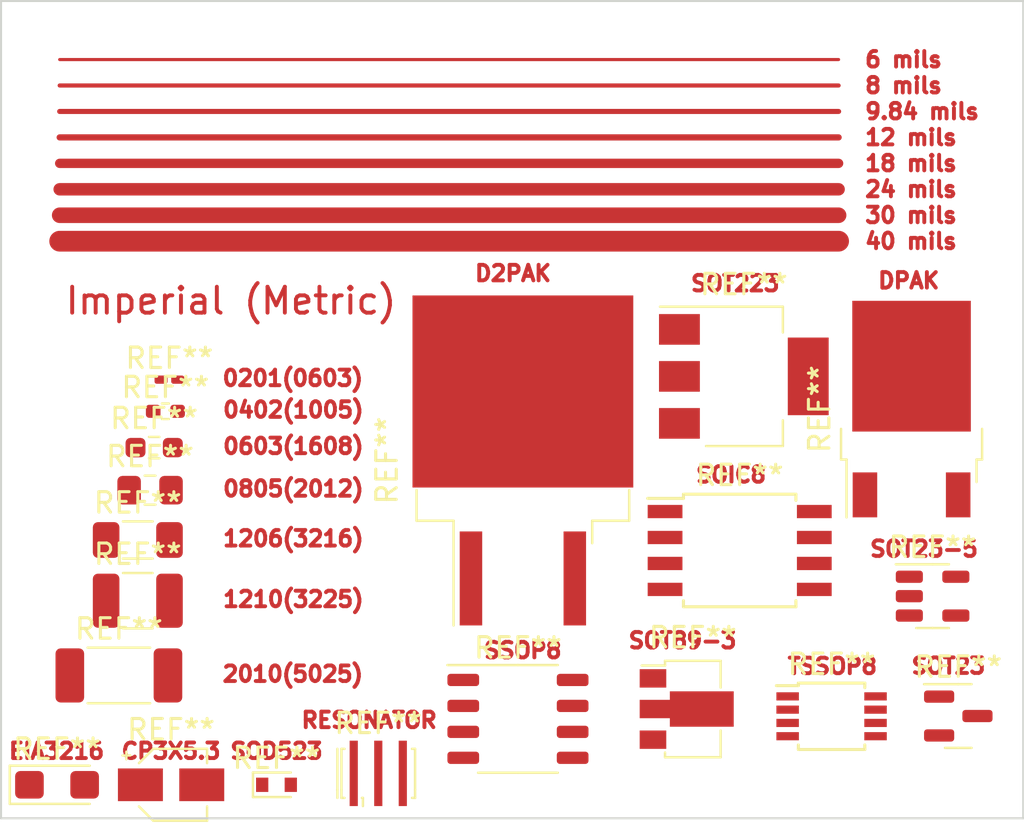
<source format=kicad_pcb>
(kicad_pcb (version 20171130) (host pcbnew "(5.1.10)-1")

  (general
    (thickness 1.6)
    (drawings 33)
    (tracks 8)
    (zones 0)
    (modules 20)
    (nets 1)
  )

  (page A4)
  (layers
    (0 F.Cu signal)
    (31 B.Cu signal hide)
    (32 B.Adhes user hide)
    (33 F.Adhes user hide)
    (34 B.Paste user hide)
    (35 F.Paste user hide)
    (36 B.SilkS user hide)
    (37 F.SilkS user hide)
    (38 B.Mask user hide)
    (39 F.Mask user hide)
    (40 Dwgs.User user hide)
    (41 Cmts.User user hide)
    (42 Eco1.User user hide)
    (43 Eco2.User user hide)
    (44 Edge.Cuts user)
    (45 Margin user hide)
    (46 B.CrtYd user hide)
    (47 F.CrtYd user hide)
    (48 B.Fab user hide)
    (49 F.Fab user hide)
  )

  (setup
    (last_trace_width 0.25)
    (user_trace_width 0.1524)
    (user_trace_width 0.2032)
    (user_trace_width 0.254)
    (user_trace_width 0.3048)
    (user_trace_width 0.4572)
    (user_trace_width 0.6096)
    (user_trace_width 0.762)
    (user_trace_width 1.016)
    (user_trace_width 1.27)
    (trace_clearance 0.2)
    (zone_clearance 0.508)
    (zone_45_only no)
    (trace_min 0.1524)
    (via_size 0.8)
    (via_drill 0.4)
    (via_min_size 0.4)
    (via_min_drill 0.3)
    (uvia_size 0.3)
    (uvia_drill 0.1)
    (uvias_allowed no)
    (uvia_min_size 0.2)
    (uvia_min_drill 0.1)
    (edge_width 0.05)
    (segment_width 0.2)
    (pcb_text_width 0.3)
    (pcb_text_size 1.5 1.5)
    (mod_edge_width 0.12)
    (mod_text_size 1 1)
    (mod_text_width 0.15)
    (pad_size 1.524 1.524)
    (pad_drill 0.762)
    (pad_to_mask_clearance 0)
    (aux_axis_origin 0 0)
    (visible_elements 7FFFFFFF)
    (pcbplotparams
      (layerselection 0x00000_7fffffff)
      (usegerberextensions false)
      (usegerberattributes true)
      (usegerberadvancedattributes true)
      (creategerberjobfile true)
      (excludeedgelayer false)
      (linewidth 0.100000)
      (plotframeref false)
      (viasonmask false)
      (mode 1)
      (useauxorigin false)
      (hpglpennumber 1)
      (hpglpenspeed 20)
      (hpglpendiameter 15.000000)
      (psnegative false)
      (psa4output false)
      (plotreference false)
      (plotvalue false)
      (plotinvisibletext false)
      (padsonsilk true)
      (subtractmaskfromsilk false)
      (outputformat 4)
      (mirror true)
      (drillshape 0)
      (scaleselection 1)
      (outputdirectory ""))
  )

  (net 0 "")

  (net_class Default "This is the default net class."
    (clearance 0.2)
    (trace_width 0.25)
    (via_dia 0.8)
    (via_drill 0.4)
    (uvia_dia 0.3)
    (uvia_drill 0.1)
  )

  (module Capacitor_Tantalum_SMD:CP_EIA-3216-18_Kemet-A (layer F.Cu) (tedit 5EBA9318) (tstamp 616A3B0B)
    (at 18.1454 53.721)
    (descr "Tantalum Capacitor SMD Kemet-A (3216-18 Metric), IPC_7351 nominal, (Body size from: http://www.kemet.com/Lists/ProductCatalog/Attachments/253/KEM_TC101_STD.pdf), generated with kicad-footprint-generator")
    (tags "capacitor tantalum")
    (attr smd)
    (fp_text reference REF** (at 0 -1.75) (layer F.SilkS)
      (effects (font (size 1 1) (thickness 0.15)))
    )
    (fp_text value CP_EIA-3216-18_Kemet-A (at 0 1.75) (layer F.Fab)
      (effects (font (size 1 1) (thickness 0.15)))
    )
    (fp_line (start 2.3 1.05) (end -2.3 1.05) (layer F.CrtYd) (width 0.05))
    (fp_line (start 2.3 -1.05) (end 2.3 1.05) (layer F.CrtYd) (width 0.05))
    (fp_line (start -2.3 -1.05) (end 2.3 -1.05) (layer F.CrtYd) (width 0.05))
    (fp_line (start -2.3 1.05) (end -2.3 -1.05) (layer F.CrtYd) (width 0.05))
    (fp_line (start -2.31 0.935) (end 1.6 0.935) (layer F.SilkS) (width 0.12))
    (fp_line (start -2.31 -0.935) (end -2.31 0.935) (layer F.SilkS) (width 0.12))
    (fp_line (start 1.6 -0.935) (end -2.31 -0.935) (layer F.SilkS) (width 0.12))
    (fp_line (start 1.6 0.8) (end 1.6 -0.8) (layer F.Fab) (width 0.1))
    (fp_line (start -1.6 0.8) (end 1.6 0.8) (layer F.Fab) (width 0.1))
    (fp_line (start -1.6 -0.4) (end -1.6 0.8) (layer F.Fab) (width 0.1))
    (fp_line (start -1.2 -0.8) (end -1.6 -0.4) (layer F.Fab) (width 0.1))
    (fp_line (start 1.6 -0.8) (end -1.2 -0.8) (layer F.Fab) (width 0.1))
    (fp_text user %R (at 0 0) (layer F.Fab)
      (effects (font (size 0.8 0.8) (thickness 0.12)))
    )
    (pad 2 smd roundrect (at 1.35 0) (size 1.4 1.35) (layers F.Cu F.Paste F.Mask) (roundrect_rratio 0.1851844444444445))
    (pad 1 smd roundrect (at -1.35 0) (size 1.4 1.35) (layers F.Cu F.Paste F.Mask) (roundrect_rratio 0.1851844444444445))
    (model ${KICAD6_3DMODEL_DIR}/Capacitor_Tantalum_SMD.3dshapes/CP_EIA-3216-18_Kemet-A.wrl
      (at (xyz 0 0 0))
      (scale (xyz 1 1 1))
      (rotate (xyz 0 0 0))
    )
  )

  (module Capacitor_SMD:CP_Elec_3x5.3 (layer F.Cu) (tedit 5B303299) (tstamp 616A39CA)
    (at 23.7236 53.721)
    (descr "SMT capacitor, aluminium electrolytic, 3x5.3, Cornell Dubilier Electronics ")
    (tags "Capacitor Electrolytic")
    (attr smd)
    (fp_text reference REF** (at 0 -2.7) (layer F.SilkS)
      (effects (font (size 1 1) (thickness 0.15)))
    )
    (fp_text value CP_Elec_3x5.3 (at 0 2.7) (layer F.Fab)
      (effects (font (size 1 1) (thickness 0.15)))
    )
    (fp_line (start -2.85 1.05) (end -1.78 1.05) (layer F.CrtYd) (width 0.05))
    (fp_line (start -2.85 -1.05) (end -2.85 1.05) (layer F.CrtYd) (width 0.05))
    (fp_line (start -1.78 -1.05) (end -2.85 -1.05) (layer F.CrtYd) (width 0.05))
    (fp_line (start -1.78 -1.05) (end -0.93 -1.9) (layer F.CrtYd) (width 0.05))
    (fp_line (start -1.78 1.05) (end -0.93 1.9) (layer F.CrtYd) (width 0.05))
    (fp_line (start -0.93 -1.9) (end 1.9 -1.9) (layer F.CrtYd) (width 0.05))
    (fp_line (start -0.93 1.9) (end 1.9 1.9) (layer F.CrtYd) (width 0.05))
    (fp_line (start 1.9 1.05) (end 1.9 1.9) (layer F.CrtYd) (width 0.05))
    (fp_line (start 2.85 1.05) (end 1.9 1.05) (layer F.CrtYd) (width 0.05))
    (fp_line (start 2.85 -1.05) (end 2.85 1.05) (layer F.CrtYd) (width 0.05))
    (fp_line (start 1.9 -1.05) (end 2.85 -1.05) (layer F.CrtYd) (width 0.05))
    (fp_line (start 1.9 -1.9) (end 1.9 -1.05) (layer F.CrtYd) (width 0.05))
    (fp_line (start -2.1875 -1.6225) (end -2.1875 -1.2475) (layer F.SilkS) (width 0.12))
    (fp_line (start -2.375 -1.435) (end -2 -1.435) (layer F.SilkS) (width 0.12))
    (fp_line (start -1.570563 1.06) (end -0.870563 1.76) (layer F.SilkS) (width 0.12))
    (fp_line (start -1.570563 -1.06) (end -0.870563 -1.76) (layer F.SilkS) (width 0.12))
    (fp_line (start -0.870563 1.76) (end 1.76 1.76) (layer F.SilkS) (width 0.12))
    (fp_line (start -0.870563 -1.76) (end 1.76 -1.76) (layer F.SilkS) (width 0.12))
    (fp_line (start 1.76 -1.76) (end 1.76 -1.06) (layer F.SilkS) (width 0.12))
    (fp_line (start 1.76 1.76) (end 1.76 1.06) (layer F.SilkS) (width 0.12))
    (fp_line (start -0.960469 -0.95) (end -0.960469 -0.65) (layer F.Fab) (width 0.1))
    (fp_line (start -1.110469 -0.8) (end -0.810469 -0.8) (layer F.Fab) (width 0.1))
    (fp_line (start -1.65 0.825) (end -0.825 1.65) (layer F.Fab) (width 0.1))
    (fp_line (start -1.65 -0.825) (end -0.825 -1.65) (layer F.Fab) (width 0.1))
    (fp_line (start -1.65 -0.825) (end -1.65 0.825) (layer F.Fab) (width 0.1))
    (fp_line (start -0.825 1.65) (end 1.65 1.65) (layer F.Fab) (width 0.1))
    (fp_line (start -0.825 -1.65) (end 1.65 -1.65) (layer F.Fab) (width 0.1))
    (fp_line (start 1.65 -1.65) (end 1.65 1.65) (layer F.Fab) (width 0.1))
    (fp_circle (center 0 0) (end 1.5 0) (layer F.Fab) (width 0.1))
    (fp_text user %R (at 0 0) (layer F.Fab)
      (effects (font (size 0.6 0.6) (thickness 0.09)))
    )
    (pad 2 smd rect (at 1.5 0) (size 2.2 1.6) (layers F.Cu F.Paste F.Mask))
    (pad 1 smd rect (at -1.5 0) (size 2.2 1.6) (layers F.Cu F.Paste F.Mask))
    (model ${KICAD6_3DMODEL_DIR}/Capacitor_SMD.3dshapes/CP_Elec_3x5.3.wrl
      (at (xyz 0 0 0))
      (scale (xyz 1 1 1))
      (rotate (xyz 0 0 0))
    )
  )

  (module Diode_SMD:D_SOD-523 (layer F.Cu) (tedit 586419F0) (tstamp 616A34DD)
    (at 28.8798 53.721)
    (descr "http://www.diodes.com/datasheets/ap02001.pdf p.144")
    (tags "Diode SOD523")
    (attr smd)
    (fp_text reference REF** (at 0 -1.3) (layer F.SilkS)
      (effects (font (size 1 1) (thickness 0.15)))
    )
    (fp_text value D_SOD-523 (at 0 1.4) (layer F.Fab)
      (effects (font (size 1 1) (thickness 0.15)))
    )
    (fp_line (start 0.7 0.6) (end -1.15 0.6) (layer F.SilkS) (width 0.12))
    (fp_line (start 0.7 -0.6) (end -1.15 -0.6) (layer F.SilkS) (width 0.12))
    (fp_line (start 0.65 0.45) (end -0.65 0.45) (layer F.Fab) (width 0.1))
    (fp_line (start -0.65 0.45) (end -0.65 -0.45) (layer F.Fab) (width 0.1))
    (fp_line (start -0.65 -0.45) (end 0.65 -0.45) (layer F.Fab) (width 0.1))
    (fp_line (start 0.65 -0.45) (end 0.65 0.45) (layer F.Fab) (width 0.1))
    (fp_line (start -0.2 0.2) (end -0.2 -0.2) (layer F.Fab) (width 0.1))
    (fp_line (start -0.2 0) (end -0.35 0) (layer F.Fab) (width 0.1))
    (fp_line (start -0.2 0) (end 0.1 0.2) (layer F.Fab) (width 0.1))
    (fp_line (start 0.1 0.2) (end 0.1 -0.2) (layer F.Fab) (width 0.1))
    (fp_line (start 0.1 -0.2) (end -0.2 0) (layer F.Fab) (width 0.1))
    (fp_line (start 0.1 0) (end 0.25 0) (layer F.Fab) (width 0.1))
    (fp_line (start 1.25 0.7) (end -1.25 0.7) (layer F.CrtYd) (width 0.05))
    (fp_line (start -1.25 0.7) (end -1.25 -0.7) (layer F.CrtYd) (width 0.05))
    (fp_line (start -1.25 -0.7) (end 1.25 -0.7) (layer F.CrtYd) (width 0.05))
    (fp_line (start 1.25 -0.7) (end 1.25 0.7) (layer F.CrtYd) (width 0.05))
    (fp_line (start -1.15 -0.6) (end -1.15 0.6) (layer F.SilkS) (width 0.12))
    (fp_text user %R (at 0 -1.3) (layer F.Fab)
      (effects (font (size 1 1) (thickness 0.15)))
    )
    (pad 1 smd rect (at -0.7 0 180) (size 0.6 0.7) (layers F.Cu F.Paste F.Mask))
    (pad 2 smd rect (at 0.7 0 180) (size 0.6 0.7) (layers F.Cu F.Paste F.Mask))
    (model ${KICAD6_3DMODEL_DIR}/Diode_SMD.3dshapes/D_SOD-523.wrl
      (at (xyz 0 0 0))
      (scale (xyz 1 1 1))
      (rotate (xyz 0 0 0))
    )
  )

  (module Crystal:Resonator_SMD_Murata_CSTxExxV-3Pin_3.0x1.1mm_HandSoldering (layer F.Cu) (tedit 5D250180) (tstamp 616A2E8A)
    (at 33.8582 53.1622)
    (descr "SMD Resomator/Filter Murata CSTCE, https://www.murata.com/en-eu/products/productdata/8801162264606/SPEC-CSTNE16M0VH3C000R0.pdf")
    (tags "SMD SMT ceramic resonator filter")
    (attr smd)
    (fp_text reference REF** (at 0 -2.45) (layer F.SilkS)
      (effects (font (size 1 1) (thickness 0.15)))
    )
    (fp_text value Resonator_SMD_Murata_CSTxExxV-3Pin_3.0x1.1mm_HandSoldering (at 0 1.8) (layer F.Fab)
      (effects (font (size 0.2 0.2) (thickness 0.03)))
    )
    (fp_line (start 1.8 -1.2) (end 1.65 -1.2) (layer F.SilkS) (width 0.12))
    (fp_line (start 1.8 1.2) (end 1.65 1.2) (layer F.SilkS) (width 0.12))
    (fp_line (start -0.75 1.2) (end -0.8 1.2) (layer F.SilkS) (width 0.12))
    (fp_line (start -1.8 1.2) (end -1.65 1.2) (layer F.SilkS) (width 0.12))
    (fp_line (start -1.8 -1.2) (end -1.65 -1.2) (layer F.SilkS) (width 0.12))
    (fp_line (start -1.75 1.85) (end -1.75 -1.85) (layer F.CrtYd) (width 0.05))
    (fp_line (start 1.75 -1.85) (end 1.75 1.85) (layer F.CrtYd) (width 0.05))
    (fp_line (start -1.75 -1.85) (end 1.75 -1.85) (layer F.CrtYd) (width 0.05))
    (fp_line (start 1.75 1.85) (end -1.75 1.85) (layer F.CrtYd) (width 0.05))
    (fp_line (start -1.5 0.3) (end -1.5 -0.8) (layer F.Fab) (width 0.1))
    (fp_line (start -1 0.8) (end 1.5 0.8) (layer F.Fab) (width 0.1))
    (fp_line (start -1 0.8) (end -1.5 0.3) (layer F.Fab) (width 0.1))
    (fp_line (start 1.5 -0.8) (end -1.5 -0.8) (layer F.Fab) (width 0.1))
    (fp_line (start 1.5 0.8) (end 1.5 -0.8) (layer F.Fab) (width 0.1))
    (fp_line (start -2 0.8) (end -2 1.2) (layer F.SilkS) (width 0.12))
    (fp_line (start -1.8 0.8) (end -1.8 1.2) (layer F.SilkS) (width 0.12))
    (fp_line (start 1.8 0.8) (end 1.8 1.2) (layer F.SilkS) (width 0.12))
    (fp_line (start -2 -1.2) (end -2 0.8) (layer F.SilkS) (width 0.12))
    (fp_line (start -0.75 1.2) (end -0.75 1.6) (layer F.SilkS) (width 0.12))
    (fp_line (start -1.8 0.8) (end -1.8 -1.2) (layer F.SilkS) (width 0.12))
    (fp_line (start 1.8 -1.2) (end 1.8 0.8) (layer F.SilkS) (width 0.12))
    (fp_text user %R (at 0.1 -0.05) (layer F.Fab)
      (effects (font (size 0.6 0.6) (thickness 0.08)))
    )
    (pad 3 smd rect (at 1.2 0) (size 0.4 3.2) (layers F.Cu F.Paste F.Mask))
    (pad 2 smd rect (at 0 0) (size 0.4 3.2) (layers F.Cu F.Paste F.Mask))
    (pad 1 smd rect (at -1.2 0) (size 0.4 3.2) (layers F.Cu F.Paste F.Mask))
    (model ${KICAD6_3DMODEL_DIR}/Crystal.3dshapes/Resonator_SMD_Murata_CSTxExxV-3Pin_3.0x1.1mm.wrl
      (at (xyz 0 0 0))
      (scale (xyz 1 1 1))
      (rotate (xyz 0 0 0))
    )
  )

  (module Package_SO:TSSOP-8_3x3mm_P0.65mm (layer F.Cu) (tedit 5A02F25C) (tstamp 616A2A8B)
    (at 56.0324 50.3682)
    (descr "TSSOP8: plastic thin shrink small outline package; 8 leads; body width 3 mm; (see NXP SSOP-TSSOP-VSO-REFLOW.pdf and sot505-1_po.pdf)")
    (tags "SSOP 0.65")
    (attr smd)
    (fp_text reference REF** (at 0 -2.55) (layer F.SilkS)
      (effects (font (size 1 1) (thickness 0.15)))
    )
    (fp_text value TSSOP-8_3x3mm_P0.65mm (at 0 2.55) (layer F.Fab)
      (effects (font (size 1 1) (thickness 0.15)))
    )
    (fp_line (start -1.625 -1.5) (end -2.7 -1.5) (layer F.SilkS) (width 0.15))
    (fp_line (start -1.625 1.625) (end 1.625 1.625) (layer F.SilkS) (width 0.15))
    (fp_line (start -1.625 -1.625) (end 1.625 -1.625) (layer F.SilkS) (width 0.15))
    (fp_line (start -1.625 1.625) (end -1.625 1.4) (layer F.SilkS) (width 0.15))
    (fp_line (start 1.625 1.625) (end 1.625 1.4) (layer F.SilkS) (width 0.15))
    (fp_line (start 1.625 -1.625) (end 1.625 -1.4) (layer F.SilkS) (width 0.15))
    (fp_line (start -1.625 -1.625) (end -1.625 -1.5) (layer F.SilkS) (width 0.15))
    (fp_line (start -2.95 1.8) (end 2.95 1.8) (layer F.CrtYd) (width 0.05))
    (fp_line (start -2.95 -1.8) (end 2.95 -1.8) (layer F.CrtYd) (width 0.05))
    (fp_line (start 2.95 -1.8) (end 2.95 1.8) (layer F.CrtYd) (width 0.05))
    (fp_line (start -2.95 -1.8) (end -2.95 1.8) (layer F.CrtYd) (width 0.05))
    (fp_line (start -1.5 -0.5) (end -0.5 -1.5) (layer F.Fab) (width 0.15))
    (fp_line (start -1.5 1.5) (end -1.5 -0.5) (layer F.Fab) (width 0.15))
    (fp_line (start 1.5 1.5) (end -1.5 1.5) (layer F.Fab) (width 0.15))
    (fp_line (start 1.5 -1.5) (end 1.5 1.5) (layer F.Fab) (width 0.15))
    (fp_line (start -0.5 -1.5) (end 1.5 -1.5) (layer F.Fab) (width 0.15))
    (fp_text user %R (at 0 0) (layer F.Fab)
      (effects (font (size 0.6 0.6) (thickness 0.15)))
    )
    (pad 8 smd rect (at 2.15 -0.975) (size 1.1 0.4) (layers F.Cu F.Paste F.Mask))
    (pad 7 smd rect (at 2.15 -0.325) (size 1.1 0.4) (layers F.Cu F.Paste F.Mask))
    (pad 6 smd rect (at 2.15 0.325) (size 1.1 0.4) (layers F.Cu F.Paste F.Mask))
    (pad 5 smd rect (at 2.15 0.975) (size 1.1 0.4) (layers F.Cu F.Paste F.Mask))
    (pad 4 smd rect (at -2.15 0.975) (size 1.1 0.4) (layers F.Cu F.Paste F.Mask))
    (pad 3 smd rect (at -2.15 0.325) (size 1.1 0.4) (layers F.Cu F.Paste F.Mask))
    (pad 2 smd rect (at -2.15 -0.325) (size 1.1 0.4) (layers F.Cu F.Paste F.Mask))
    (pad 1 smd rect (at -2.15 -0.975) (size 1.1 0.4) (layers F.Cu F.Paste F.Mask))
    (model ${KICAD6_3DMODEL_DIR}/Package_SO.3dshapes/TSSOP-8_3x3mm_P0.65mm.wrl
      (at (xyz 0 0 0))
      (scale (xyz 1 1 1))
      (rotate (xyz 0 0 0))
    )
  )

  (module Package_SO:SOIC-8W_5.3x5.3mm_P1.27mm (layer F.Cu) (tedit 5A02F2D3) (tstamp 616A249F)
    (at 51.5366 42.2529)
    (descr "8-Lead Plastic Small Outline (SM) - 5.28 mm Body [SOIC] (http://ww1.microchip.com/downloads/en/PackagingSpec/00000049BQ.pdf)")
    (tags "SOIC 1.27")
    (attr smd)
    (fp_text reference REF** (at 0 -3.68) (layer F.SilkS)
      (effects (font (size 1 1) (thickness 0.15)))
    )
    (fp_text value SOIC-8W_5.3x5.3mm_P1.27mm (at 0 3.68) (layer F.Fab)
      (effects (font (size 1 1) (thickness 0.15)))
    )
    (fp_line (start -2.75 -2.55) (end -4.5 -2.55) (layer F.SilkS) (width 0.15))
    (fp_line (start -2.75 2.755) (end 2.75 2.755) (layer F.SilkS) (width 0.15))
    (fp_line (start -2.75 -2.755) (end 2.75 -2.755) (layer F.SilkS) (width 0.15))
    (fp_line (start -2.75 2.755) (end -2.75 2.455) (layer F.SilkS) (width 0.15))
    (fp_line (start 2.75 2.755) (end 2.75 2.455) (layer F.SilkS) (width 0.15))
    (fp_line (start 2.75 -2.755) (end 2.75 -2.455) (layer F.SilkS) (width 0.15))
    (fp_line (start -2.75 -2.755) (end -2.75 -2.55) (layer F.SilkS) (width 0.15))
    (fp_line (start -4.75 2.95) (end 4.75 2.95) (layer F.CrtYd) (width 0.05))
    (fp_line (start -4.75 -2.95) (end 4.75 -2.95) (layer F.CrtYd) (width 0.05))
    (fp_line (start 4.75 -2.95) (end 4.75 2.95) (layer F.CrtYd) (width 0.05))
    (fp_line (start -4.75 -2.95) (end -4.75 2.95) (layer F.CrtYd) (width 0.05))
    (fp_line (start -2.65 -1.65) (end -1.65 -2.65) (layer F.Fab) (width 0.15))
    (fp_line (start -2.65 2.65) (end -2.65 -1.65) (layer F.Fab) (width 0.15))
    (fp_line (start 2.65 2.65) (end -2.65 2.65) (layer F.Fab) (width 0.15))
    (fp_line (start 2.65 -2.65) (end 2.65 2.65) (layer F.Fab) (width 0.15))
    (fp_line (start -1.65 -2.65) (end 2.65 -2.65) (layer F.Fab) (width 0.15))
    (fp_text user %R (at 0 0) (layer F.Fab)
      (effects (font (size 1 1) (thickness 0.15)))
    )
    (pad 8 smd rect (at 3.65 -1.905) (size 1.7 0.65) (layers F.Cu F.Paste F.Mask))
    (pad 7 smd rect (at 3.65 -0.635) (size 1.7 0.65) (layers F.Cu F.Paste F.Mask))
    (pad 6 smd rect (at 3.65 0.635) (size 1.7 0.65) (layers F.Cu F.Paste F.Mask))
    (pad 5 smd rect (at 3.65 1.905) (size 1.7 0.65) (layers F.Cu F.Paste F.Mask))
    (pad 4 smd rect (at -3.65 1.905) (size 1.7 0.65) (layers F.Cu F.Paste F.Mask))
    (pad 3 smd rect (at -3.65 0.635) (size 1.7 0.65) (layers F.Cu F.Paste F.Mask))
    (pad 2 smd rect (at -3.65 -0.635) (size 1.7 0.65) (layers F.Cu F.Paste F.Mask))
    (pad 1 smd rect (at -3.65 -1.905) (size 1.7 0.65) (layers F.Cu F.Paste F.Mask))
    (model ${KICAD6_3DMODEL_DIR}/Package_SO.3dshapes/SOIC-8W_5.3x5.3mm_P1.27mm.wrl
      (at (xyz 0 0 0))
      (scale (xyz 1 1 1))
      (rotate (xyz 0 0 0))
    )
  )

  (module Package_SO:SSOP-8_3.9x5.05mm_P1.27mm (layer F.Cu) (tedit 5D9F72B1) (tstamp 616A46B0)
    (at 40.6908 50.4952)
    (descr "SSOP, 8 Pin (http://www.fujitsu.com/downloads/MICRO/fsa/pdf/products/memory/fram/MB85RS16-DS501-00014-6v0-E.pdf), generated with kicad-footprint-generator ipc_gullwing_generator.py")
    (tags "SSOP SO")
    (attr smd)
    (fp_text reference REF** (at 0 -3.48) (layer F.SilkS)
      (effects (font (size 1 1) (thickness 0.15)))
    )
    (fp_text value SSOP-8_3.9x5.05mm_P1.27mm (at 0 3.48) (layer F.Fab)
      (effects (font (size 1 1) (thickness 0.15)))
    )
    (fp_line (start 0 2.635) (end 1.95 2.635) (layer F.SilkS) (width 0.12))
    (fp_line (start 0 2.635) (end -1.95 2.635) (layer F.SilkS) (width 0.12))
    (fp_line (start 0 -2.635) (end 1.95 -2.635) (layer F.SilkS) (width 0.12))
    (fp_line (start 0 -2.635) (end -3.45 -2.635) (layer F.SilkS) (width 0.12))
    (fp_line (start -0.975 -2.525) (end 1.95 -2.525) (layer F.Fab) (width 0.1))
    (fp_line (start 1.95 -2.525) (end 1.95 2.525) (layer F.Fab) (width 0.1))
    (fp_line (start 1.95 2.525) (end -1.95 2.525) (layer F.Fab) (width 0.1))
    (fp_line (start -1.95 2.525) (end -1.95 -1.55) (layer F.Fab) (width 0.1))
    (fp_line (start -1.95 -1.55) (end -0.975 -2.525) (layer F.Fab) (width 0.1))
    (fp_line (start -3.7 -2.78) (end -3.7 2.78) (layer F.CrtYd) (width 0.05))
    (fp_line (start -3.7 2.78) (end 3.7 2.78) (layer F.CrtYd) (width 0.05))
    (fp_line (start 3.7 2.78) (end 3.7 -2.78) (layer F.CrtYd) (width 0.05))
    (fp_line (start 3.7 -2.78) (end -3.7 -2.78) (layer F.CrtYd) (width 0.05))
    (fp_text user %R (at 0 0) (layer F.Fab)
      (effects (font (size 0.98 0.98) (thickness 0.15)))
    )
    (pad 8 smd roundrect (at 2.675 -1.905) (size 1.55 0.6) (layers F.Cu F.Paste F.Mask) (roundrect_rratio 0.25))
    (pad 7 smd roundrect (at 2.675 -0.635) (size 1.55 0.6) (layers F.Cu F.Paste F.Mask) (roundrect_rratio 0.25))
    (pad 6 smd roundrect (at 2.675 0.635) (size 1.55 0.6) (layers F.Cu F.Paste F.Mask) (roundrect_rratio 0.25))
    (pad 5 smd roundrect (at 2.675 1.905) (size 1.55 0.6) (layers F.Cu F.Paste F.Mask) (roundrect_rratio 0.25))
    (pad 4 smd roundrect (at -2.675 1.905) (size 1.55 0.6) (layers F.Cu F.Paste F.Mask) (roundrect_rratio 0.25))
    (pad 3 smd roundrect (at -2.675 0.635) (size 1.55 0.6) (layers F.Cu F.Paste F.Mask) (roundrect_rratio 0.25))
    (pad 2 smd roundrect (at -2.675 -0.635) (size 1.55 0.6) (layers F.Cu F.Paste F.Mask) (roundrect_rratio 0.25))
    (pad 1 smd roundrect (at -2.675 -1.905) (size 1.55 0.6) (layers F.Cu F.Paste F.Mask) (roundrect_rratio 0.25))
    (model ${KICAD6_3DMODEL_DIR}/Package_SO.3dshapes/SSOP-8_3.9x5.05mm_P1.27mm.wrl
      (at (xyz 0 0 0))
      (scale (xyz 1 1 1))
      (rotate (xyz 0 0 0))
    )
  )

  (module Package_TO_SOT_SMD:TO-263-2 (layer F.Cu) (tedit 5A70FB7B) (tstamp 616A44ED)
    (at 40.9321 37.846 90)
    (descr "TO-263 / D2PAK / DDPAK SMD package, http://www.infineon.com/cms/en/product/packages/PG-TO263/PG-TO263-3-1/")
    (tags "D2PAK DDPAK TO-263 D2PAK-3 TO-263-3 SOT-404")
    (attr smd)
    (fp_text reference REF** (at 0 -6.65 90) (layer F.SilkS)
      (effects (font (size 1 1) (thickness 0.15)))
    )
    (fp_text value TO-263-2 (at 0 6.65 90) (layer F.Fab)
      (effects (font (size 1 1) (thickness 0.15)))
    )
    (fp_line (start 6.5 -5) (end 7.5 -5) (layer F.Fab) (width 0.1))
    (fp_line (start 7.5 -5) (end 7.5 5) (layer F.Fab) (width 0.1))
    (fp_line (start 7.5 5) (end 6.5 5) (layer F.Fab) (width 0.1))
    (fp_line (start 6.5 -5) (end 6.5 5) (layer F.Fab) (width 0.1))
    (fp_line (start 6.5 5) (end -2.75 5) (layer F.Fab) (width 0.1))
    (fp_line (start -2.75 5) (end -2.75 -4) (layer F.Fab) (width 0.1))
    (fp_line (start -2.75 -4) (end -1.75 -5) (layer F.Fab) (width 0.1))
    (fp_line (start -1.75 -5) (end 6.5 -5) (layer F.Fab) (width 0.1))
    (fp_line (start -2.75 -3.04) (end -7.45 -3.04) (layer F.Fab) (width 0.1))
    (fp_line (start -7.45 -3.04) (end -7.45 -2.04) (layer F.Fab) (width 0.1))
    (fp_line (start -7.45 -2.04) (end -2.75 -2.04) (layer F.Fab) (width 0.1))
    (fp_line (start -2.75 2.04) (end -7.45 2.04) (layer F.Fab) (width 0.1))
    (fp_line (start -7.45 2.04) (end -7.45 3.04) (layer F.Fab) (width 0.1))
    (fp_line (start -7.45 3.04) (end -2.75 3.04) (layer F.Fab) (width 0.1))
    (fp_line (start -1.45 -5.2) (end -2.95 -5.2) (layer F.SilkS) (width 0.12))
    (fp_line (start -2.95 -5.2) (end -2.95 -3.39) (layer F.SilkS) (width 0.12))
    (fp_line (start -2.95 -3.39) (end -8.075 -3.39) (layer F.SilkS) (width 0.12))
    (fp_line (start -1.45 5.2) (end -2.95 5.2) (layer F.SilkS) (width 0.12))
    (fp_line (start -2.95 5.2) (end -2.95 3.39) (layer F.SilkS) (width 0.12))
    (fp_line (start -2.95 3.39) (end -4.05 3.39) (layer F.SilkS) (width 0.12))
    (fp_line (start -8.32 -5.65) (end -8.32 5.65) (layer F.CrtYd) (width 0.05))
    (fp_line (start -8.32 5.65) (end 8.32 5.65) (layer F.CrtYd) (width 0.05))
    (fp_line (start 8.32 5.65) (end 8.32 -5.65) (layer F.CrtYd) (width 0.05))
    (fp_line (start 8.32 -5.65) (end -8.32 -5.65) (layer F.CrtYd) (width 0.05))
    (fp_text user %R (at 0 0 90) (layer F.Fab)
      (effects (font (size 1 1) (thickness 0.15)))
    )
    (pad "" smd rect (at 0.95 2.775 90) (size 4.55 5.25) (layers F.Paste))
    (pad "" smd rect (at 5.8 -2.775 90) (size 4.55 5.25) (layers F.Paste))
    (pad "" smd rect (at 0.95 -2.775 90) (size 4.55 5.25) (layers F.Paste))
    (pad "" smd rect (at 5.8 2.775 90) (size 4.55 5.25) (layers F.Paste))
    (pad 2 smd rect (at 3.375 0 90) (size 9.4 10.8) (layers F.Cu F.Mask))
    (pad 3 smd rect (at -5.775 2.54 90) (size 4.6 1.1) (layers F.Cu F.Paste F.Mask))
    (pad 1 smd rect (at -5.775 -2.54 90) (size 4.6 1.1) (layers F.Cu F.Paste F.Mask))
    (model ${KICAD6_3DMODEL_DIR}/Package_TO_SOT_SMD.3dshapes/TO-263-2.wrl
      (at (xyz 0 0 0))
      (scale (xyz 1 1 1))
      (rotate (xyz 0 0 0))
    )
  )

  (module Package_TO_SOT_SMD:TO-252-2 (layer F.Cu) (tedit 5A70A390) (tstamp 616A421A)
    (at 59.944 35.3314 90)
    (descr "TO-252 / DPAK SMD package, http://www.infineon.com/cms/en/product/packages/PG-TO252/PG-TO252-3-1/")
    (tags "DPAK TO-252 DPAK-3 TO-252-3 SOT-428")
    (attr smd)
    (fp_text reference REF** (at 0 -4.5 90) (layer F.SilkS)
      (effects (font (size 1 1) (thickness 0.15)))
    )
    (fp_text value TO-252-2 (at 0 4.5 90) (layer F.Fab)
      (effects (font (size 1 1) (thickness 0.15)))
    )
    (fp_line (start 3.95 -2.7) (end 4.95 -2.7) (layer F.Fab) (width 0.1))
    (fp_line (start 4.95 -2.7) (end 4.95 2.7) (layer F.Fab) (width 0.1))
    (fp_line (start 4.95 2.7) (end 3.95 2.7) (layer F.Fab) (width 0.1))
    (fp_line (start 3.95 -3.25) (end 3.95 3.25) (layer F.Fab) (width 0.1))
    (fp_line (start 3.95 3.25) (end -2.27 3.25) (layer F.Fab) (width 0.1))
    (fp_line (start -2.27 3.25) (end -2.27 -2.25) (layer F.Fab) (width 0.1))
    (fp_line (start -2.27 -2.25) (end -1.27 -3.25) (layer F.Fab) (width 0.1))
    (fp_line (start -1.27 -3.25) (end 3.95 -3.25) (layer F.Fab) (width 0.1))
    (fp_line (start -1.865 -2.655) (end -4.97 -2.655) (layer F.Fab) (width 0.1))
    (fp_line (start -4.97 -2.655) (end -4.97 -1.905) (layer F.Fab) (width 0.1))
    (fp_line (start -4.97 -1.905) (end -2.27 -1.905) (layer F.Fab) (width 0.1))
    (fp_line (start -2.27 1.905) (end -4.97 1.905) (layer F.Fab) (width 0.1))
    (fp_line (start -4.97 1.905) (end -4.97 2.655) (layer F.Fab) (width 0.1))
    (fp_line (start -4.97 2.655) (end -2.27 2.655) (layer F.Fab) (width 0.1))
    (fp_line (start -0.97 -3.45) (end -2.47 -3.45) (layer F.SilkS) (width 0.12))
    (fp_line (start -2.47 -3.45) (end -2.47 -3.18) (layer F.SilkS) (width 0.12))
    (fp_line (start -2.47 -3.18) (end -5.3 -3.18) (layer F.SilkS) (width 0.12))
    (fp_line (start -0.97 3.45) (end -2.47 3.45) (layer F.SilkS) (width 0.12))
    (fp_line (start -2.47 3.45) (end -2.47 3.18) (layer F.SilkS) (width 0.12))
    (fp_line (start -2.47 3.18) (end -3.57 3.18) (layer F.SilkS) (width 0.12))
    (fp_line (start -5.55 -3.5) (end -5.55 3.5) (layer F.CrtYd) (width 0.05))
    (fp_line (start -5.55 3.5) (end 5.55 3.5) (layer F.CrtYd) (width 0.05))
    (fp_line (start 5.55 3.5) (end 5.55 -3.5) (layer F.CrtYd) (width 0.05))
    (fp_line (start 5.55 -3.5) (end -5.55 -3.5) (layer F.CrtYd) (width 0.05))
    (fp_text user %R (at 0 0 90) (layer F.Fab)
      (effects (font (size 1 1) (thickness 0.15)))
    )
    (pad "" smd rect (at 0.425 1.525 90) (size 3.05 2.75) (layers F.Paste))
    (pad "" smd rect (at 3.775 -1.525 90) (size 3.05 2.75) (layers F.Paste))
    (pad "" smd rect (at 0.425 -1.525 90) (size 3.05 2.75) (layers F.Paste))
    (pad "" smd rect (at 3.775 1.525 90) (size 3.05 2.75) (layers F.Paste))
    (pad 2 smd rect (at 2.1 0 90) (size 6.4 5.8) (layers F.Cu F.Mask))
    (pad 3 smd rect (at -4.2 2.28 90) (size 2.2 1.2) (layers F.Cu F.Paste F.Mask))
    (pad 1 smd rect (at -4.2 -2.28 90) (size 2.2 1.2) (layers F.Cu F.Paste F.Mask))
    (model ${KICAD6_3DMODEL_DIR}/Package_TO_SOT_SMD.3dshapes/TO-252-2.wrl
      (at (xyz 0 0 0))
      (scale (xyz 1 1 1))
      (rotate (xyz 0 0 0))
    )
  )

  (module Package_TO_SOT_SMD:SOT-89-3 (layer F.Cu) (tedit 5C33D6E8) (tstamp 616A3DAD)
    (at 48.9458 50.0126)
    (descr "SOT-89-3, http://ww1.microchip.com/downloads/en/DeviceDoc/3L_SOT-89_MB_C04-029C.pdf")
    (tags SOT-89-3)
    (attr smd)
    (fp_text reference REF** (at 0.3 -3.5) (layer F.SilkS)
      (effects (font (size 1 1) (thickness 0.15)))
    )
    (fp_text value SOT-89-3 (at 0.3 3.5) (layer F.Fab)
      (effects (font (size 1 1) (thickness 0.15)))
    )
    (fp_line (start 1.66 1.05) (end 1.66 2.36) (layer F.SilkS) (width 0.12))
    (fp_line (start 1.66 2.36) (end -1.06 2.36) (layer F.SilkS) (width 0.12))
    (fp_line (start -2.2 -2.13) (end -1.06 -2.13) (layer F.SilkS) (width 0.12))
    (fp_line (start 1.66 -2.36) (end 1.66 -1.05) (layer F.SilkS) (width 0.12))
    (fp_line (start -0.95 -1.25) (end 0.05 -2.25) (layer F.Fab) (width 0.1))
    (fp_line (start 1.55 -2.25) (end 1.55 2.25) (layer F.Fab) (width 0.1))
    (fp_line (start 1.55 2.25) (end -0.95 2.25) (layer F.Fab) (width 0.1))
    (fp_line (start -0.95 2.25) (end -0.95 -1.25) (layer F.Fab) (width 0.1))
    (fp_line (start 0.05 -2.25) (end 1.55 -2.25) (layer F.Fab) (width 0.1))
    (fp_line (start 2.55 -2.5) (end 2.55 2.5) (layer F.CrtYd) (width 0.05))
    (fp_line (start 2.55 -2.5) (end -2.55 -2.5) (layer F.CrtYd) (width 0.05))
    (fp_line (start -2.55 2.5) (end 2.55 2.5) (layer F.CrtYd) (width 0.05))
    (fp_line (start -2.55 2.5) (end -2.55 -2.5) (layer F.CrtYd) (width 0.05))
    (fp_line (start -1.06 -2.36) (end 1.66 -2.36) (layer F.SilkS) (width 0.12))
    (fp_line (start -1.06 -2.36) (end -1.06 -2.13) (layer F.SilkS) (width 0.12))
    (fp_line (start -1.06 2.36) (end -1.06 2.13) (layer F.SilkS) (width 0.12))
    (fp_text user %R (at 0.5 0 90) (layer F.Fab)
      (effects (font (size 1 1) (thickness 0.15)))
    )
    (pad 2 smd custom (at -1.5625 0) (size 1.475 0.9) (layers F.Cu F.Paste F.Mask)
      (zone_connect 2)
      (options (clearance outline) (anchor rect))
      (primitives
        (gr_poly (pts
           (xy 0.7375 -0.8665) (xy 3.8625 -0.8665) (xy 3.8625 0.8665) (xy 0.7375 0.8665)) (width 0))
      ))
    (pad 3 smd rect (at -1.65 1.5) (size 1.3 0.9) (layers F.Cu F.Paste F.Mask))
    (pad 1 smd rect (at -1.65 -1.5) (size 1.3 0.9) (layers F.Cu F.Paste F.Mask))
    (model ${KICAD6_3DMODEL_DIR}/Package_TO_SOT_SMD.3dshapes/SOT-89-3.wrl
      (at (xyz 0 0 0))
      (scale (xyz 1 1 1))
      (rotate (xyz 0 0 0))
    )
  )

  (module Package_TO_SOT_SMD:SOT-223 (layer F.Cu) (tedit 5A02FF57) (tstamp 616A3B83)
    (at 51.7398 33.7312)
    (descr "module CMS SOT223 4 pins")
    (tags "CMS SOT")
    (attr smd)
    (fp_text reference REF** (at 0 -4.5) (layer F.SilkS)
      (effects (font (size 1 1) (thickness 0.15)))
    )
    (fp_text value SOT-223 (at 0 4.5) (layer F.Fab)
      (effects (font (size 1 1) (thickness 0.15)))
    )
    (fp_line (start -1.85 -2.3) (end -0.8 -3.35) (layer F.Fab) (width 0.1))
    (fp_line (start 1.91 3.41) (end 1.91 2.15) (layer F.SilkS) (width 0.12))
    (fp_line (start 1.91 -3.41) (end 1.91 -2.15) (layer F.SilkS) (width 0.12))
    (fp_line (start 4.4 -3.6) (end -4.4 -3.6) (layer F.CrtYd) (width 0.05))
    (fp_line (start 4.4 3.6) (end 4.4 -3.6) (layer F.CrtYd) (width 0.05))
    (fp_line (start -4.4 3.6) (end 4.4 3.6) (layer F.CrtYd) (width 0.05))
    (fp_line (start -4.4 -3.6) (end -4.4 3.6) (layer F.CrtYd) (width 0.05))
    (fp_line (start -1.85 -2.3) (end -1.85 3.35) (layer F.Fab) (width 0.1))
    (fp_line (start -1.85 3.41) (end 1.91 3.41) (layer F.SilkS) (width 0.12))
    (fp_line (start -0.8 -3.35) (end 1.85 -3.35) (layer F.Fab) (width 0.1))
    (fp_line (start -4.1 -3.41) (end 1.91 -3.41) (layer F.SilkS) (width 0.12))
    (fp_line (start -1.85 3.35) (end 1.85 3.35) (layer F.Fab) (width 0.1))
    (fp_line (start 1.85 -3.35) (end 1.85 3.35) (layer F.Fab) (width 0.1))
    (fp_text user %R (at 0 0 90) (layer F.Fab)
      (effects (font (size 0.8 0.8) (thickness 0.12)))
    )
    (pad 1 smd rect (at -3.15 -2.3) (size 2 1.5) (layers F.Cu F.Paste F.Mask))
    (pad 3 smd rect (at -3.15 2.3) (size 2 1.5) (layers F.Cu F.Paste F.Mask))
    (pad 2 smd rect (at -3.15 0) (size 2 1.5) (layers F.Cu F.Paste F.Mask))
    (pad 4 smd rect (at 3.15 0) (size 2 3.8) (layers F.Cu F.Paste F.Mask))
    (model ${KICAD6_3DMODEL_DIR}/Package_TO_SOT_SMD.3dshapes/SOT-223.wrl
      (at (xyz 0 0 0))
      (scale (xyz 1 1 1))
      (rotate (xyz 0 0 0))
    )
  )

  (module Package_TO_SOT_SMD:SOT-23-5 (layer F.Cu) (tedit 5F6F9B37) (tstamp 616A39D7)
    (at 60.9727 44.4881)
    (descr "SOT, 5 Pin (https://www.jedec.org/sites/default/files/docs/Mo-178c.PDF variant AA), generated with kicad-footprint-generator ipc_gullwing_generator.py")
    (tags "SOT TO_SOT_SMD")
    (attr smd)
    (fp_text reference REF** (at 0 -2.4) (layer F.SilkS)
      (effects (font (size 1 1) (thickness 0.15)))
    )
    (fp_text value SOT-23-5 (at 0 2.4) (layer F.Fab)
      (effects (font (size 1 1) (thickness 0.15)))
    )
    (fp_line (start 0 1.56) (end 0.8 1.56) (layer F.SilkS) (width 0.12))
    (fp_line (start 0 1.56) (end -0.8 1.56) (layer F.SilkS) (width 0.12))
    (fp_line (start 0 -1.56) (end 0.8 -1.56) (layer F.SilkS) (width 0.12))
    (fp_line (start 0 -1.56) (end -1.8 -1.56) (layer F.SilkS) (width 0.12))
    (fp_line (start -0.4 -1.45) (end 0.8 -1.45) (layer F.Fab) (width 0.1))
    (fp_line (start 0.8 -1.45) (end 0.8 1.45) (layer F.Fab) (width 0.1))
    (fp_line (start 0.8 1.45) (end -0.8 1.45) (layer F.Fab) (width 0.1))
    (fp_line (start -0.8 1.45) (end -0.8 -1.05) (layer F.Fab) (width 0.1))
    (fp_line (start -0.8 -1.05) (end -0.4 -1.45) (layer F.Fab) (width 0.1))
    (fp_line (start -2.05 -1.7) (end -2.05 1.7) (layer F.CrtYd) (width 0.05))
    (fp_line (start -2.05 1.7) (end 2.05 1.7) (layer F.CrtYd) (width 0.05))
    (fp_line (start 2.05 1.7) (end 2.05 -1.7) (layer F.CrtYd) (width 0.05))
    (fp_line (start 2.05 -1.7) (end -2.05 -1.7) (layer F.CrtYd) (width 0.05))
    (fp_text user %R (at 0 0) (layer F.Fab)
      (effects (font (size 0.4 0.4) (thickness 0.06)))
    )
    (pad 5 smd roundrect (at 1.1375 -0.95) (size 1.325 0.6) (layers F.Cu F.Paste F.Mask) (roundrect_rratio 0.25))
    (pad 4 smd roundrect (at 1.1375 0.95) (size 1.325 0.6) (layers F.Cu F.Paste F.Mask) (roundrect_rratio 0.25))
    (pad 3 smd roundrect (at -1.1375 0.95) (size 1.325 0.6) (layers F.Cu F.Paste F.Mask) (roundrect_rratio 0.25))
    (pad 2 smd roundrect (at -1.1375 0) (size 1.325 0.6) (layers F.Cu F.Paste F.Mask) (roundrect_rratio 0.25))
    (pad 1 smd roundrect (at -1.1375 -0.95) (size 1.325 0.6) (layers F.Cu F.Paste F.Mask) (roundrect_rratio 0.25))
    (model ${KICAD6_3DMODEL_DIR}/Package_TO_SOT_SMD.3dshapes/SOT-23-5.wrl
      (at (xyz 0 0 0))
      (scale (xyz 1 1 1))
      (rotate (xyz 0 0 0))
    )
  )

  (module Package_TO_SOT_SMD:SOT-23 (layer F.Cu) (tedit 5FA16958) (tstamp 616A3916)
    (at 62.23 50.3555)
    (descr "SOT, 3 Pin (https://www.jedec.org/system/files/docs/to-236h.pdf variant AB), generated with kicad-footprint-generator ipc_gullwing_generator.py")
    (tags "SOT TO_SOT_SMD")
    (attr smd)
    (fp_text reference REF** (at 0 -2.4) (layer F.SilkS)
      (effects (font (size 1 1) (thickness 0.15)))
    )
    (fp_text value SOT-23 (at 0 2.4) (layer F.Fab)
      (effects (font (size 1 1) (thickness 0.15)))
    )
    (fp_line (start 0 1.56) (end 0.65 1.56) (layer F.SilkS) (width 0.12))
    (fp_line (start 0 1.56) (end -0.65 1.56) (layer F.SilkS) (width 0.12))
    (fp_line (start 0 -1.56) (end 0.65 -1.56) (layer F.SilkS) (width 0.12))
    (fp_line (start 0 -1.56) (end -1.675 -1.56) (layer F.SilkS) (width 0.12))
    (fp_line (start -0.325 -1.45) (end 0.65 -1.45) (layer F.Fab) (width 0.1))
    (fp_line (start 0.65 -1.45) (end 0.65 1.45) (layer F.Fab) (width 0.1))
    (fp_line (start 0.65 1.45) (end -0.65 1.45) (layer F.Fab) (width 0.1))
    (fp_line (start -0.65 1.45) (end -0.65 -1.125) (layer F.Fab) (width 0.1))
    (fp_line (start -0.65 -1.125) (end -0.325 -1.45) (layer F.Fab) (width 0.1))
    (fp_line (start -1.92 -1.7) (end -1.92 1.7) (layer F.CrtYd) (width 0.05))
    (fp_line (start -1.92 1.7) (end 1.92 1.7) (layer F.CrtYd) (width 0.05))
    (fp_line (start 1.92 1.7) (end 1.92 -1.7) (layer F.CrtYd) (width 0.05))
    (fp_line (start 1.92 -1.7) (end -1.92 -1.7) (layer F.CrtYd) (width 0.05))
    (fp_text user %R (at 0 0) (layer F.Fab)
      (effects (font (size 0.32 0.32) (thickness 0.05)))
    )
    (pad 3 smd roundrect (at 0.9375 0) (size 1.475 0.6) (layers F.Cu F.Paste F.Mask) (roundrect_rratio 0.25))
    (pad 2 smd roundrect (at -0.9375 0.95) (size 1.475 0.6) (layers F.Cu F.Paste F.Mask) (roundrect_rratio 0.25))
    (pad 1 smd roundrect (at -0.9375 -0.95) (size 1.475 0.6) (layers F.Cu F.Paste F.Mask) (roundrect_rratio 0.25))
    (model ${KICAD6_3DMODEL_DIR}/Package_TO_SOT_SMD.3dshapes/SOT-23.wrl
      (at (xyz 0 0 0))
      (scale (xyz 1 1 1))
      (rotate (xyz 0 0 0))
    )
  )

  (module Resistor_SMD:R_0201_0603Metric_Pad0.64x0.40mm_HandSolder (layer F.Cu) (tedit 5F6BB9E0) (tstamp 616A2283)
    (at 23.6409 33.890585)
    (descr "Resistor SMD 0201 (0603 Metric), square (rectangular) end terminal, IPC_7351 nominal with elongated pad for handsoldering. (Body size source: https://www.vishay.com/docs/20052/crcw0201e3.pdf), generated with kicad-footprint-generator")
    (tags "resistor handsolder")
    (attr smd)
    (fp_text reference REF** (at 0 -1.05) (layer F.SilkS)
      (effects (font (size 1 1) (thickness 0.15)))
    )
    (fp_text value R_0201_0603Metric_Pad0.64x0.40mm_HandSolder (at 0 1.05) (layer F.Fab)
      (effects (font (size 1 1) (thickness 0.15)))
    )
    (fp_line (start -0.3 0.15) (end -0.3 -0.15) (layer F.Fab) (width 0.1))
    (fp_line (start -0.3 -0.15) (end 0.3 -0.15) (layer F.Fab) (width 0.1))
    (fp_line (start 0.3 -0.15) (end 0.3 0.15) (layer F.Fab) (width 0.1))
    (fp_line (start 0.3 0.15) (end -0.3 0.15) (layer F.Fab) (width 0.1))
    (fp_line (start -0.88 0.35) (end -0.88 -0.35) (layer F.CrtYd) (width 0.05))
    (fp_line (start -0.88 -0.35) (end 0.88 -0.35) (layer F.CrtYd) (width 0.05))
    (fp_line (start 0.88 -0.35) (end 0.88 0.35) (layer F.CrtYd) (width 0.05))
    (fp_line (start 0.88 0.35) (end -0.88 0.35) (layer F.CrtYd) (width 0.05))
    (fp_text user %R (at 0 -0.68) (layer F.Fab)
      (effects (font (size 0.25 0.25) (thickness 0.04)))
    )
    (pad 2 smd roundrect (at 0.4075 0) (size 0.635 0.4) (layers F.Cu F.Mask) (roundrect_rratio 0.25))
    (pad 1 smd roundrect (at -0.4075 0) (size 0.635 0.4) (layers F.Cu F.Mask) (roundrect_rratio 0.25))
    (pad "" smd roundrect (at 0.4325 0) (size 0.458 0.36) (layers F.Paste) (roundrect_rratio 0.25))
    (pad "" smd roundrect (at -0.4325 0) (size 0.458 0.36) (layers F.Paste) (roundrect_rratio 0.25))
    (model ${KICAD6_3DMODEL_DIR}/Resistor_SMD.3dshapes/R_0201_0603Metric.wrl
      (at (xyz 0 0 0))
      (scale (xyz 1 1 1))
      (rotate (xyz 0 0 0))
    )
  )

  (module Resistor_SMD:R_0402_1005Metric_Pad0.72x0.64mm_HandSolder (layer F.Cu) (tedit 5F6BB9E0) (tstamp 616A2212)
    (at 23.4463 35.439985)
    (descr "Resistor SMD 0402 (1005 Metric), square (rectangular) end terminal, IPC_7351 nominal with elongated pad for handsoldering. (Body size source: IPC-SM-782 page 72, https://www.pcb-3d.com/wordpress/wp-content/uploads/ipc-sm-782a_amendment_1_and_2.pdf), generated with kicad-footprint-generator")
    (tags "resistor handsolder")
    (attr smd)
    (fp_text reference REF** (at 0 -1.17) (layer F.SilkS)
      (effects (font (size 1 1) (thickness 0.15)))
    )
    (fp_text value R_0402_1005Metric_Pad0.72x0.64mm_HandSolder (at 0 1.17) (layer F.Fab)
      (effects (font (size 1 1) (thickness 0.15)))
    )
    (fp_line (start -0.525 0.27) (end -0.525 -0.27) (layer F.Fab) (width 0.1))
    (fp_line (start -0.525 -0.27) (end 0.525 -0.27) (layer F.Fab) (width 0.1))
    (fp_line (start 0.525 -0.27) (end 0.525 0.27) (layer F.Fab) (width 0.1))
    (fp_line (start 0.525 0.27) (end -0.525 0.27) (layer F.Fab) (width 0.1))
    (fp_line (start -0.167621 -0.38) (end 0.167621 -0.38) (layer F.SilkS) (width 0.12))
    (fp_line (start -0.167621 0.38) (end 0.167621 0.38) (layer F.SilkS) (width 0.12))
    (fp_line (start -1.1 0.47) (end -1.1 -0.47) (layer F.CrtYd) (width 0.05))
    (fp_line (start -1.1 -0.47) (end 1.1 -0.47) (layer F.CrtYd) (width 0.05))
    (fp_line (start 1.1 -0.47) (end 1.1 0.47) (layer F.CrtYd) (width 0.05))
    (fp_line (start 1.1 0.47) (end -1.1 0.47) (layer F.CrtYd) (width 0.05))
    (fp_text user %R (at 0 0) (layer F.Fab)
      (effects (font (size 0.26 0.26) (thickness 0.04)))
    )
    (pad 2 smd roundrect (at 0.5975 0) (size 0.715 0.64) (layers F.Cu F.Paste F.Mask) (roundrect_rratio 0.25))
    (pad 1 smd roundrect (at -0.5975 0) (size 0.715 0.64) (layers F.Cu F.Paste F.Mask) (roundrect_rratio 0.25))
    (model ${KICAD6_3DMODEL_DIR}/Resistor_SMD.3dshapes/R_0402_1005Metric.wrl
      (at (xyz 0 0 0))
      (scale (xyz 1 1 1))
      (rotate (xyz 0 0 0))
    )
  )

  (module Resistor_SMD:R_0603_1608Metric_Pad0.98x0.95mm_HandSolder (layer F.Cu) (tedit 5F68FEEE) (tstamp 616A21A1)
    (at 22.8963 37.217985)
    (descr "Resistor SMD 0603 (1608 Metric), square (rectangular) end terminal, IPC_7351 nominal with elongated pad for handsoldering. (Body size source: IPC-SM-782 page 72, https://www.pcb-3d.com/wordpress/wp-content/uploads/ipc-sm-782a_amendment_1_and_2.pdf), generated with kicad-footprint-generator")
    (tags "resistor handsolder")
    (attr smd)
    (fp_text reference REF** (at 0 -1.43) (layer F.SilkS)
      (effects (font (size 1 1) (thickness 0.15)))
    )
    (fp_text value R_0603_1608Metric_Pad0.98x0.95mm_HandSolder (at 0 1.43) (layer F.Fab)
      (effects (font (size 1 1) (thickness 0.15)))
    )
    (fp_line (start -0.8 0.4125) (end -0.8 -0.4125) (layer F.Fab) (width 0.1))
    (fp_line (start -0.8 -0.4125) (end 0.8 -0.4125) (layer F.Fab) (width 0.1))
    (fp_line (start 0.8 -0.4125) (end 0.8 0.4125) (layer F.Fab) (width 0.1))
    (fp_line (start 0.8 0.4125) (end -0.8 0.4125) (layer F.Fab) (width 0.1))
    (fp_line (start -0.254724 -0.5225) (end 0.254724 -0.5225) (layer F.SilkS) (width 0.12))
    (fp_line (start -0.254724 0.5225) (end 0.254724 0.5225) (layer F.SilkS) (width 0.12))
    (fp_line (start -1.65 0.73) (end -1.65 -0.73) (layer F.CrtYd) (width 0.05))
    (fp_line (start -1.65 -0.73) (end 1.65 -0.73) (layer F.CrtYd) (width 0.05))
    (fp_line (start 1.65 -0.73) (end 1.65 0.73) (layer F.CrtYd) (width 0.05))
    (fp_line (start 1.65 0.73) (end -1.65 0.73) (layer F.CrtYd) (width 0.05))
    (fp_text user %R (at 0 0) (layer F.Fab)
      (effects (font (size 0.4 0.4) (thickness 0.06)))
    )
    (pad 2 smd roundrect (at 0.9125 0) (size 0.975 0.95) (layers F.Cu F.Paste F.Mask) (roundrect_rratio 0.25))
    (pad 1 smd roundrect (at -0.9125 0) (size 0.975 0.95) (layers F.Cu F.Paste F.Mask) (roundrect_rratio 0.25))
    (model ${KICAD6_3DMODEL_DIR}/Resistor_SMD.3dshapes/R_0603_1608Metric.wrl
      (at (xyz 0 0 0))
      (scale (xyz 1 1 1))
      (rotate (xyz 0 0 0))
    )
  )

  (module Resistor_SMD:R_0805_2012Metric_Pad1.15x1.40mm_HandSolder (layer F.Cu) (tedit 5B36C52B) (tstamp 616A2120)
    (at 22.6963 39.300785)
    (descr "Resistor SMD 0805 (2012 Metric), square (rectangular) end terminal, IPC_7351 nominal with elongated pad for handsoldering. (Body size source: https://docs.google.com/spreadsheets/d/1BsfQQcO9C6DZCsRaXUlFlo91Tg2WpOkGARC1WS5S8t0/edit?usp=sharing), generated with kicad-footprint-generator")
    (tags "resistor handsolder")
    (attr smd)
    (fp_text reference REF** (at 0 -1.65) (layer F.SilkS)
      (effects (font (size 1 1) (thickness 0.15)))
    )
    (fp_text value R_0805_2012Metric_Pad1.15x1.40mm_HandSolder (at 0 1.65) (layer F.Fab)
      (effects (font (size 1 1) (thickness 0.15)))
    )
    (fp_line (start -1 0.6) (end -1 -0.6) (layer F.Fab) (width 0.1))
    (fp_line (start -1 -0.6) (end 1 -0.6) (layer F.Fab) (width 0.1))
    (fp_line (start 1 -0.6) (end 1 0.6) (layer F.Fab) (width 0.1))
    (fp_line (start 1 0.6) (end -1 0.6) (layer F.Fab) (width 0.1))
    (fp_line (start -0.261252 -0.71) (end 0.261252 -0.71) (layer F.SilkS) (width 0.12))
    (fp_line (start -0.261252 0.71) (end 0.261252 0.71) (layer F.SilkS) (width 0.12))
    (fp_line (start -1.85 0.95) (end -1.85 -0.95) (layer F.CrtYd) (width 0.05))
    (fp_line (start -1.85 -0.95) (end 1.85 -0.95) (layer F.CrtYd) (width 0.05))
    (fp_line (start 1.85 -0.95) (end 1.85 0.95) (layer F.CrtYd) (width 0.05))
    (fp_line (start 1.85 0.95) (end -1.85 0.95) (layer F.CrtYd) (width 0.05))
    (fp_text user %R (at 0 0) (layer F.Fab)
      (effects (font (size 0.5 0.5) (thickness 0.08)))
    )
    (pad 2 smd roundrect (at 1.025 0) (size 1.15 1.4) (layers F.Cu F.Paste F.Mask) (roundrect_rratio 0.2173904347826087))
    (pad 1 smd roundrect (at -1.025 0) (size 1.15 1.4) (layers F.Cu F.Paste F.Mask) (roundrect_rratio 0.2173904347826087))
    (model ${KISYS3DMOD}/Resistor_SMD.3dshapes/R_0805_2012Metric.wrl
      (at (xyz 0 0 0))
      (scale (xyz 1 1 1))
      (rotate (xyz 0 0 0))
    )
  )

  (module Resistor_SMD:R_1206_3216Metric_Pad1.30x1.75mm_HandSolder (layer F.Cu) (tedit 5F68FEEE) (tstamp 616A20AF)
    (at 22.0963 41.739185)
    (descr "Resistor SMD 1206 (3216 Metric), square (rectangular) end terminal, IPC_7351 nominal with elongated pad for handsoldering. (Body size source: IPC-SM-782 page 72, https://www.pcb-3d.com/wordpress/wp-content/uploads/ipc-sm-782a_amendment_1_and_2.pdf), generated with kicad-footprint-generator")
    (tags "resistor handsolder")
    (attr smd)
    (fp_text reference REF** (at 0 -1.82) (layer F.SilkS)
      (effects (font (size 1 1) (thickness 0.15)))
    )
    (fp_text value R_1206_3216Metric_Pad1.30x1.75mm_HandSolder (at 0 1.82) (layer F.Fab)
      (effects (font (size 1 1) (thickness 0.15)))
    )
    (fp_line (start -1.6 0.8) (end -1.6 -0.8) (layer F.Fab) (width 0.1))
    (fp_line (start -1.6 -0.8) (end 1.6 -0.8) (layer F.Fab) (width 0.1))
    (fp_line (start 1.6 -0.8) (end 1.6 0.8) (layer F.Fab) (width 0.1))
    (fp_line (start 1.6 0.8) (end -1.6 0.8) (layer F.Fab) (width 0.1))
    (fp_line (start -0.727064 -0.91) (end 0.727064 -0.91) (layer F.SilkS) (width 0.12))
    (fp_line (start -0.727064 0.91) (end 0.727064 0.91) (layer F.SilkS) (width 0.12))
    (fp_line (start -2.45 1.12) (end -2.45 -1.12) (layer F.CrtYd) (width 0.05))
    (fp_line (start -2.45 -1.12) (end 2.45 -1.12) (layer F.CrtYd) (width 0.05))
    (fp_line (start 2.45 -1.12) (end 2.45 1.12) (layer F.CrtYd) (width 0.05))
    (fp_line (start 2.45 1.12) (end -2.45 1.12) (layer F.CrtYd) (width 0.05))
    (fp_text user %R (at 0 0) (layer F.Fab)
      (effects (font (size 0.8 0.8) (thickness 0.12)))
    )
    (pad 2 smd roundrect (at 1.55 0) (size 1.3 1.75) (layers F.Cu F.Paste F.Mask) (roundrect_rratio 0.1923076923076923))
    (pad 1 smd roundrect (at -1.55 0) (size 1.3 1.75) (layers F.Cu F.Paste F.Mask) (roundrect_rratio 0.1923076923076923))
    (model ${KICAD6_3DMODEL_DIR}/Resistor_SMD.3dshapes/R_1206_3216Metric.wrl
      (at (xyz 0 0 0))
      (scale (xyz 1 1 1))
      (rotate (xyz 0 0 0))
    )
  )

  (module Resistor_SMD:R_1210_3225Metric_Pad1.30x2.65mm_HandSolder (layer F.Cu) (tedit 5F68FEEE) (tstamp 616A203E)
    (at 22.0963 44.710985)
    (descr "Resistor SMD 1210 (3225 Metric), square (rectangular) end terminal, IPC_7351 nominal with elongated pad for handsoldering. (Body size source: IPC-SM-782 page 72, https://www.pcb-3d.com/wordpress/wp-content/uploads/ipc-sm-782a_amendment_1_and_2.pdf), generated with kicad-footprint-generator")
    (tags "resistor handsolder")
    (attr smd)
    (fp_text reference REF** (at 0 -2.28) (layer F.SilkS)
      (effects (font (size 1 1) (thickness 0.15)))
    )
    (fp_text value R_1210_3225Metric_Pad1.30x2.65mm_HandSolder (at 0 2.28) (layer F.Fab)
      (effects (font (size 1 1) (thickness 0.15)))
    )
    (fp_line (start -1.6 1.245) (end -1.6 -1.245) (layer F.Fab) (width 0.1))
    (fp_line (start -1.6 -1.245) (end 1.6 -1.245) (layer F.Fab) (width 0.1))
    (fp_line (start 1.6 -1.245) (end 1.6 1.245) (layer F.Fab) (width 0.1))
    (fp_line (start 1.6 1.245) (end -1.6 1.245) (layer F.Fab) (width 0.1))
    (fp_line (start -0.723737 -1.355) (end 0.723737 -1.355) (layer F.SilkS) (width 0.12))
    (fp_line (start -0.723737 1.355) (end 0.723737 1.355) (layer F.SilkS) (width 0.12))
    (fp_line (start -2.45 1.58) (end -2.45 -1.58) (layer F.CrtYd) (width 0.05))
    (fp_line (start -2.45 -1.58) (end 2.45 -1.58) (layer F.CrtYd) (width 0.05))
    (fp_line (start 2.45 -1.58) (end 2.45 1.58) (layer F.CrtYd) (width 0.05))
    (fp_line (start 2.45 1.58) (end -2.45 1.58) (layer F.CrtYd) (width 0.05))
    (fp_text user %R (at 0 0) (layer F.Fab)
      (effects (font (size 0.8 0.8) (thickness 0.12)))
    )
    (pad 2 smd roundrect (at 1.55 0) (size 1.3 2.65) (layers F.Cu F.Paste F.Mask) (roundrect_rratio 0.1923076923076923))
    (pad 1 smd roundrect (at -1.55 0) (size 1.3 2.65) (layers F.Cu F.Paste F.Mask) (roundrect_rratio 0.1923076923076923))
    (model ${KICAD6_3DMODEL_DIR}/Resistor_SMD.3dshapes/R_1210_3225Metric.wrl
      (at (xyz 0 0 0))
      (scale (xyz 1 1 1))
      (rotate (xyz 0 0 0))
    )
  )

  (module Resistor_SMD:R_2010_5025Metric_Pad1.40x2.65mm_HandSolder (layer F.Cu) (tedit 5F68FEEE) (tstamp 616A25B3)
    (at 21.1709 48.368585)
    (descr "Resistor SMD 2010 (5025 Metric), square (rectangular) end terminal, IPC_7351 nominal with elongated pad for handsoldering. (Body size source: IPC-SM-782 page 72, https://www.pcb-3d.com/wordpress/wp-content/uploads/ipc-sm-782a_amendment_1_and_2.pdf), generated with kicad-footprint-generator")
    (tags "resistor handsolder")
    (attr smd)
    (fp_text reference REF** (at 0 -2.28) (layer F.SilkS)
      (effects (font (size 1 1) (thickness 0.15)))
    )
    (fp_text value R_2010_5025Metric_Pad1.40x2.65mm_HandSolder (at 0 2.28) (layer F.Fab)
      (effects (font (size 1 1) (thickness 0.15)))
    )
    (fp_line (start -2.5 1.25) (end -2.5 -1.25) (layer F.Fab) (width 0.1))
    (fp_line (start -2.5 -1.25) (end 2.5 -1.25) (layer F.Fab) (width 0.1))
    (fp_line (start 2.5 -1.25) (end 2.5 1.25) (layer F.Fab) (width 0.1))
    (fp_line (start 2.5 1.25) (end -2.5 1.25) (layer F.Fab) (width 0.1))
    (fp_line (start -1.527064 -1.36) (end 1.527064 -1.36) (layer F.SilkS) (width 0.12))
    (fp_line (start -1.527064 1.36) (end 1.527064 1.36) (layer F.SilkS) (width 0.12))
    (fp_line (start -3.35 1.58) (end -3.35 -1.58) (layer F.CrtYd) (width 0.05))
    (fp_line (start -3.35 -1.58) (end 3.35 -1.58) (layer F.CrtYd) (width 0.05))
    (fp_line (start 3.35 -1.58) (end 3.35 1.58) (layer F.CrtYd) (width 0.05))
    (fp_line (start 3.35 1.58) (end -3.35 1.58) (layer F.CrtYd) (width 0.05))
    (fp_text user %R (at 0 0) (layer F.Fab)
      (effects (font (size 1 1) (thickness 0.15)))
    )
    (pad 2 smd roundrect (at 2.4 0) (size 1.4 2.65) (layers F.Cu F.Paste F.Mask) (roundrect_rratio 0.1785707142857143))
    (pad 1 smd roundrect (at -2.4 0) (size 1.4 2.65) (layers F.Cu F.Paste F.Mask) (roundrect_rratio 0.1785707142857143))
    (model ${KICAD6_3DMODEL_DIR}/Resistor_SMD.3dshapes/R_2010_5025Metric.wrl
      (at (xyz 0 0 0))
      (scale (xyz 1 1 1))
      (rotate (xyz 0 0 0))
    )
  )

  (gr_text RESONATOR (at 33.4137 50.5587) (layer F.Cu) (tstamp 616A3C84)
    (effects (font (size 0.762 0.762) (thickness 0.1905)))
  )
  (gr_text SOD523 (at 28.8798 52.07) (layer F.Cu) (tstamp 616A3C82)
    (effects (font (size 0.762 0.762) (thickness 0.1905)))
  )
  (gr_text CP3X5.3 (at 23.7236 52.07) (layer F.Cu) (tstamp 616A3C80)
    (effects (font (size 0.762 0.762) (thickness 0.1905)))
  )
  (gr_text EIA3216 (at 18.1229 52.07) (layer F.Cu) (tstamp 616A3BA8)
    (effects (font (size 0.762 0.762) (thickness 0.1905)))
  )
  (gr_text TSSOP8 (at 56.0705 47.9171) (layer F.Cu) (tstamp 616A28A0)
    (effects (font (size 0.762 0.762) (thickness 0.1905)))
  )
  (gr_text SSOP8 (at 40.9321 47.1424) (layer F.Cu) (tstamp 616A27C5)
    (effects (font (size 0.762 0.762) (thickness 0.1905)))
  )
  (gr_text SOIC8 (at 51.1175 38.5445) (layer F.Cu) (tstamp 616A2787)
    (effects (font (size 0.762 0.762) (thickness 0.1905)))
  )
  (gr_text SOT223 (at 51.3207 29.1846) (layer F.Cu) (tstamp 616A26E7)
    (effects (font (size 0.762 0.762) (thickness 0.1905)))
  )
  (gr_text SOT89-3 (at 48.7426 46.6598) (layer F.Cu) (tstamp 616A2665)
    (effects (font (size 0.762 0.762) (thickness 0.1905)))
  )
  (gr_text SOT23-5 (at 60.5536 42.1767) (layer F.Cu) (tstamp 616A25CF)
    (effects (font (size 0.762 0.762) (thickness 0.1905)))
  )
  (gr_text SOT23 (at 61.7474 47.9044) (layer F.Cu) (tstamp 616A256F)
    (effects (font (size 0.762 0.762) (thickness 0.1905)))
  )
  (gr_text DPAK (at 59.8043 29.0449) (layer F.Cu) (tstamp 616A253A)
    (effects (font (size 0.762 0.762) (thickness 0.1905)))
  )
  (gr_text D2PAK (at 40.4495 28.6893) (layer F.Cu) (tstamp 616A2537)
    (effects (font (size 0.762 0.762) (thickness 0.1905)))
  )
  (gr_text "Imperial (Metric)" (at 26.6573 30.0355) (layer F.Cu) (tstamp 616A1E35)
    (effects (font (size 1.27 1.27) (thickness 0.1905)))
  )
  (gr_text "2010(5025)" (at 29.6799 48.2981) (layer F.Cu) (tstamp 616A1CB2)
    (effects (font (size 0.762 0.762) (thickness 0.1905)))
  )
  (gr_text "1210(3225)" (at 29.7053 44.6405) (layer F.Cu) (tstamp 616A1B91)
    (effects (font (size 0.762 0.762) (thickness 0.1905)))
  )
  (gr_text "1206(3216)" (at 29.7053 41.6687) (layer F.Cu) (tstamp 616A1B8F)
    (effects (font (size 0.762 0.762) (thickness 0.1905)))
  )
  (gr_text "0805(2012)" (at 29.7053 39.2303) (layer F.Cu) (tstamp 616A1B88)
    (effects (font (size 0.762 0.762) (thickness 0.1905)))
  )
  (gr_text "0603(1608)" (at 29.7053 37.1475) (layer F.Cu) (tstamp 616A1B86)
    (effects (font (size 0.762 0.762) (thickness 0.1905)))
  )
  (gr_text "0402(1005)" (at 29.7053 35.3695) (layer F.Cu) (tstamp 616A1B82)
    (effects (font (size 0.762 0.762) (thickness 0.1905)))
  )
  (gr_text "0201(0603)" (at 29.6799 33.8201) (layer F.Cu) (tstamp 616A1D8A)
    (effects (font (size 0.762 0.762) (thickness 0.1905)))
  )
  (gr_text "40 mils" (at 59.913157 27.1145) (layer F.Cu) (tstamp 6169ACCD)
    (effects (font (size 0.762 0.762) (thickness 0.1905)))
  )
  (gr_text "30 mils" (at 59.913157 25.8445) (layer F.Cu) (tstamp 6169ACCB)
    (effects (font (size 0.762 0.762) (thickness 0.1905)))
  )
  (gr_text "24 mils" (at 59.913157 24.5745) (layer F.Cu) (tstamp 6169ACC9)
    (effects (font (size 0.762 0.762) (thickness 0.1905)))
  )
  (gr_text "18 mils" (at 59.913157 23.3045) (layer F.Cu) (tstamp 6169ACC7)
    (effects (font (size 0.762 0.762) (thickness 0.1905)))
  )
  (gr_text "12 mils" (at 59.913157 22.0345) (layer F.Cu) (tstamp 6169ACC5)
    (effects (font (size 0.762 0.762) (thickness 0.1905)))
  )
  (gr_text "9.84 mils" (at 60.457443 20.7645) (layer F.Cu) (tstamp 6169ACC3)
    (effects (font (size 0.762 0.762) (thickness 0.1905)))
  )
  (gr_text "8 mils" (at 59.5503 19.4945) (layer F.Cu) (tstamp 6169ACC1)
    (effects (font (size 0.762 0.762) (thickness 0.1905)))
  )
  (gr_text "6 mils" (at 59.5503 18.2245) (layer F.Cu)
    (effects (font (size 0.762 0.762) (thickness 0.1905)))
  )
  (gr_line (start 65.4053 15.3595) (end 65.4053 55.3595) (layer Edge.Cuts) (width 0.1))
  (gr_line (start 15.4053 15.3595) (end 65.4053 15.3595) (layer Edge.Cuts) (width 0.1))
  (gr_line (start 15.4053 15.3595) (end 15.4053 55.3595) (layer Edge.Cuts) (width 0.1))
  (gr_line (start 15.4053 55.3595) (end 65.4053 55.3595) (layer Edge.Cuts) (width 0.1))

  (segment (start 18.2753 18.2245) (end 56.3753 18.2245) (width 0.1524) (layer F.Cu) (net 0))
  (segment (start 18.2753 19.4945) (end 56.3753 19.4945) (width 0.2032) (layer F.Cu) (net 0))
  (segment (start 18.2753 20.7645) (end 56.3753 20.7645) (width 0.25) (layer F.Cu) (net 0))
  (segment (start 18.2753 22.0345) (end 56.3753 22.0345) (width 0.3048) (layer F.Cu) (net 0))
  (segment (start 18.2753 23.3045) (end 56.3753 23.3045) (width 0.4572) (layer F.Cu) (net 0))
  (segment (start 18.2753 24.5745) (end 56.3753 24.5745) (width 0.6096) (layer F.Cu) (net 0))
  (segment (start 18.2753 25.8445) (end 56.3753 25.8445) (width 0.762) (layer F.Cu) (net 0))
  (segment (start 18.2753 27.1145) (end 56.3753 27.1145) (width 1.016) (layer F.Cu) (net 0))

)

</source>
